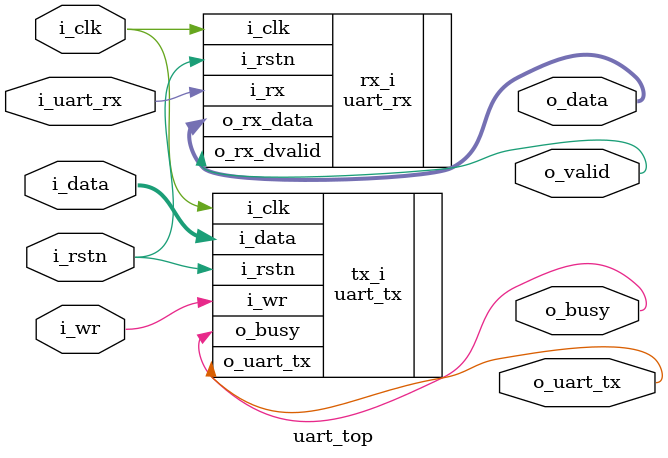
<source format=v>
module uart_top 
	#(parameter CLK_FREQ  = 125_000_000,
	  parameter BAUD_RATE = 115_200)
	(
    input  wire       i_clk,
    input  wire       i_rstn,
    
    // UART TX control
    input  wire       i_wr,
    input  wire [7:0] i_data,
    output wire       o_busy,

    // UART RX data
    output wire [7:0] o_data,
    output wire       o_valid,

    // UART interface
    output wire       o_uart_tx,
    input  wire       i_uart_rx
	);

	localparam CLKS_PER_BAUD = CLK_FREQ/BAUD_RATE;

	uart_tx 
	#(.CLKS_PER_BAUD(CLKS_PER_BAUD))
	tx_i (
    .i_clk       (i_clk),
    .i_rstn      (i_rstn),
     
    .i_wr        (i_wr),
    .i_data      (i_data),
  
    .o_uart_tx   (o_uart_tx),
    .o_busy      (o_busy)
	);

	uart_rx 
	#(.CLKS_PER_BAUD(CLKS_PER_BAUD))
	rx_i (
    .i_clk       (i_clk),
    .i_rstn      (i_rstn),
 
    .i_rx        (i_uart_rx),
    .o_rx_data   (o_data),
    .o_rx_dvalid (o_valid)
	);


endmodule
</source>
